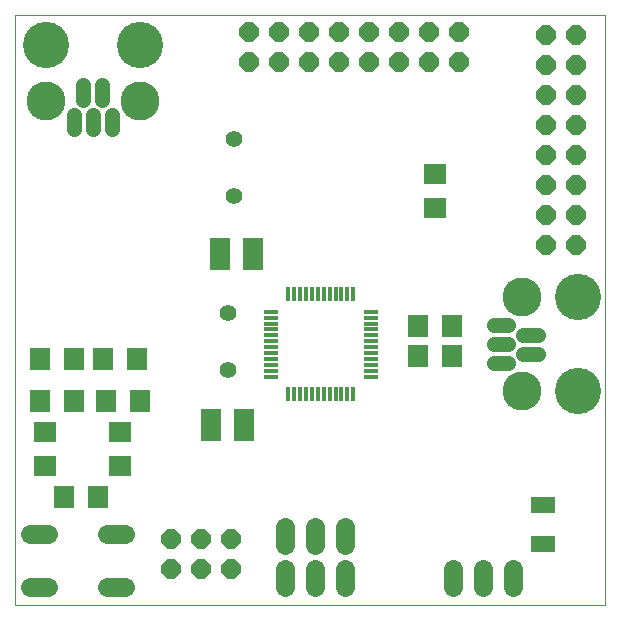
<source format=gts>
G75*
%MOIN*%
%OFA0B0*%
%FSLAX25Y25*%
%IPPOS*%
%LPD*%
%AMOC8*
5,1,8,0,0,1.08239X$1,22.5*
%
%ADD10C,0.00000*%
%ADD11C,0.06400*%
%ADD12R,0.05124X0.01581*%
%ADD13R,0.01581X0.05124*%
%ADD14OC8,0.06400*%
%ADD15R,0.06699X0.07498*%
%ADD16R,0.07498X0.06699*%
%ADD17R,0.08400X0.05400*%
%ADD18C,0.15400*%
%ADD19C,0.12998*%
%ADD20C,0.05156*%
%ADD21C,0.05600*%
%ADD22R,0.06699X0.11030*%
D10*
X0002550Y0001000D02*
X0002550Y0197850D01*
X0199400Y0197850D01*
X0199400Y0001000D01*
X0002550Y0001000D01*
D11*
X0007750Y0007100D02*
X0013750Y0007100D01*
X0013750Y0024900D02*
X0007750Y0024900D01*
X0033350Y0024900D02*
X0039350Y0024900D01*
X0039350Y0007100D02*
X0033350Y0007100D01*
X0092550Y0007000D02*
X0092550Y0013000D01*
X0092550Y0021000D02*
X0092550Y0027000D01*
X0102550Y0027000D02*
X0102550Y0021000D01*
X0102550Y0013000D02*
X0102550Y0007000D01*
X0112550Y0007000D02*
X0112550Y0013000D01*
X0112550Y0021000D02*
X0112550Y0027000D01*
X0148550Y0013000D02*
X0148550Y0007000D01*
X0158550Y0007000D02*
X0158550Y0013000D01*
X0168550Y0013000D02*
X0168550Y0007000D01*
D12*
X0121282Y0077173D03*
X0121282Y0079142D03*
X0121282Y0081110D03*
X0121282Y0083079D03*
X0121282Y0085047D03*
X0121282Y0087016D03*
X0121282Y0088984D03*
X0121282Y0090953D03*
X0121282Y0092921D03*
X0121282Y0094890D03*
X0121282Y0096858D03*
X0121282Y0098827D03*
X0087818Y0098827D03*
X0087818Y0096858D03*
X0087818Y0094890D03*
X0087818Y0092921D03*
X0087818Y0090953D03*
X0087818Y0088984D03*
X0087818Y0087016D03*
X0087818Y0085047D03*
X0087818Y0083079D03*
X0087818Y0081110D03*
X0087818Y0079142D03*
X0087818Y0077173D03*
D13*
X0093723Y0071268D03*
X0095692Y0071268D03*
X0097660Y0071268D03*
X0099629Y0071268D03*
X0101597Y0071268D03*
X0103566Y0071268D03*
X0105534Y0071268D03*
X0107503Y0071268D03*
X0109471Y0071268D03*
X0111440Y0071268D03*
X0113408Y0071268D03*
X0115377Y0071268D03*
X0115377Y0104732D03*
X0113408Y0104732D03*
X0111440Y0104732D03*
X0109471Y0104732D03*
X0107503Y0104732D03*
X0105534Y0104732D03*
X0103566Y0104732D03*
X0101597Y0104732D03*
X0099629Y0104732D03*
X0097660Y0104732D03*
X0095692Y0104732D03*
X0093723Y0104732D03*
D14*
X0090550Y0182000D03*
X0100550Y0182000D03*
X0100550Y0192000D03*
X0090550Y0192000D03*
X0080550Y0192000D03*
X0080550Y0182000D03*
X0110550Y0182000D03*
X0110550Y0192000D03*
X0120550Y0192000D03*
X0120550Y0182000D03*
X0130550Y0182000D03*
X0140550Y0182000D03*
X0140550Y0192000D03*
X0130550Y0192000D03*
X0150550Y0192000D03*
X0150550Y0182000D03*
X0179550Y0181000D03*
X0179550Y0191000D03*
X0189550Y0191000D03*
X0189550Y0181000D03*
X0189550Y0171000D03*
X0189550Y0161000D03*
X0189550Y0151000D03*
X0189550Y0141000D03*
X0189550Y0131000D03*
X0189550Y0121000D03*
X0179550Y0121000D03*
X0179550Y0131000D03*
X0179550Y0141000D03*
X0179550Y0151000D03*
X0179550Y0161000D03*
X0179550Y0171000D03*
X0074550Y0023000D03*
X0074550Y0013000D03*
X0064550Y0013000D03*
X0064550Y0023000D03*
X0054550Y0023000D03*
X0054550Y0013000D03*
D15*
X0030148Y0037000D03*
X0018952Y0037000D03*
X0022148Y0069000D03*
X0032952Y0069000D03*
X0044148Y0069000D03*
X0043148Y0083000D03*
X0031952Y0083000D03*
X0022148Y0083000D03*
X0010952Y0083000D03*
X0010952Y0069000D03*
X0136952Y0084000D03*
X0136952Y0094000D03*
X0148148Y0094000D03*
X0148148Y0084000D03*
D16*
X0142550Y0133402D03*
X0142550Y0144598D03*
X0037550Y0058598D03*
X0037550Y0047402D03*
X0012550Y0047402D03*
X0012550Y0058598D03*
D17*
X0178550Y0034500D03*
X0178550Y0021500D03*
D18*
X0190196Y0072252D03*
X0190196Y0103748D03*
X0044298Y0187646D03*
X0012802Y0187646D03*
D19*
X0012802Y0169142D03*
X0044298Y0169142D03*
X0171692Y0103748D03*
X0171692Y0072252D03*
D20*
X0166967Y0081701D02*
X0162211Y0081701D01*
X0162211Y0088000D02*
X0166967Y0088000D01*
X0172085Y0084850D02*
X0176841Y0084850D01*
X0176841Y0091150D02*
X0172085Y0091150D01*
X0166967Y0094299D02*
X0162211Y0094299D01*
X0034849Y0159661D02*
X0034849Y0164417D01*
X0031700Y0169535D02*
X0031700Y0174291D01*
X0025400Y0174291D02*
X0025400Y0169535D01*
X0022251Y0164417D02*
X0022251Y0159661D01*
X0028550Y0159661D02*
X0028550Y0164417D01*
D21*
X0075550Y0156500D03*
X0075550Y0137500D03*
X0073550Y0098500D03*
X0073550Y0079500D03*
D22*
X0068038Y0061000D03*
X0079062Y0061000D03*
X0082062Y0118000D03*
X0071038Y0118000D03*
M02*

</source>
